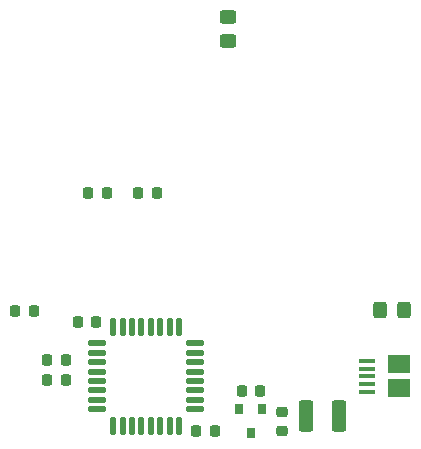
<source format=gbr>
%TF.GenerationSoftware,KiCad,Pcbnew,5.99.0-unknown-04793924d~104~ubuntu20.04.1*%
%TF.CreationDate,2020-11-08T20:52:42+01:00*%
%TF.ProjectId,co2mon,636f326d-6f6e-42e6-9b69-6361645f7063,rev?*%
%TF.SameCoordinates,Original*%
%TF.FileFunction,Paste,Top*%
%TF.FilePolarity,Positive*%
%FSLAX46Y46*%
G04 Gerber Fmt 4.6, Leading zero omitted, Abs format (unit mm)*
G04 Created by KiCad (PCBNEW 5.99.0-unknown-04793924d~104~ubuntu20.04.1) date 2020-11-08 20:52:42*
%MOMM*%
%LPD*%
G01*
G04 APERTURE LIST*
G04 Aperture macros list*
%AMRoundRect*
0 Rectangle with rounded corners*
0 $1 Rounding radius*
0 $2 $3 $4 $5 $6 $7 $8 $9 X,Y pos of 4 corners*
0 Add a 4 corners polygon primitive as box body*
4,1,4,$2,$3,$4,$5,$6,$7,$8,$9,$2,$3,0*
0 Add four circle primitives for the rounded corners*
1,1,$1+$1,$2,$3,0*
1,1,$1+$1,$4,$5,0*
1,1,$1+$1,$6,$7,0*
1,1,$1+$1,$8,$9,0*
0 Add four rect primitives between the rounded corners*
20,1,$1+$1,$2,$3,$4,$5,0*
20,1,$1+$1,$4,$5,$6,$7,0*
20,1,$1+$1,$6,$7,$8,$9,0*
20,1,$1+$1,$8,$9,$2,$3,0*%
G04 Aperture macros list end*
%ADD10RoundRect,0.125000X-0.625000X-0.125000X0.625000X-0.125000X0.625000X0.125000X-0.625000X0.125000X0*%
%ADD11RoundRect,0.125000X-0.125000X-0.625000X0.125000X-0.625000X0.125000X0.625000X-0.125000X0.625000X0*%
%ADD12RoundRect,0.218750X0.218750X0.256250X-0.218750X0.256250X-0.218750X-0.256250X0.218750X-0.256250X0*%
%ADD13RoundRect,0.218750X-0.218750X-0.256250X0.218750X-0.256250X0.218750X0.256250X-0.218750X0.256250X0*%
%ADD14RoundRect,0.250000X0.450000X-0.325000X0.450000X0.325000X-0.450000X0.325000X-0.450000X-0.325000X0*%
%ADD15RoundRect,0.218750X-0.256250X0.218750X-0.256250X-0.218750X0.256250X-0.218750X0.256250X0.218750X0*%
%ADD16RoundRect,0.250000X0.325000X0.450000X-0.325000X0.450000X-0.325000X-0.450000X0.325000X-0.450000X0*%
%ADD17RoundRect,0.250000X-0.375000X-1.075000X0.375000X-1.075000X0.375000X1.075000X-0.375000X1.075000X0*%
%ADD18R,1.350000X0.400000*%
%ADD19R,1.900000X1.500000*%
%ADD20R,0.800000X0.900000*%
G04 APERTURE END LIST*
D10*
%TO.C,U2*%
X120825000Y-124100000D03*
X120825000Y-124900000D03*
X120825000Y-125700000D03*
X120825000Y-126500000D03*
X120825000Y-127300000D03*
X120825000Y-128100000D03*
X120825000Y-128900000D03*
X120825000Y-129700000D03*
D11*
X122200000Y-131075000D03*
X123000000Y-131075000D03*
X123800000Y-131075000D03*
X124600000Y-131075000D03*
X125400000Y-131075000D03*
X126200000Y-131075000D03*
X127000000Y-131075000D03*
X127800000Y-131075000D03*
D10*
X129175000Y-129700000D03*
X129175000Y-128900000D03*
X129175000Y-128100000D03*
X129175000Y-127300000D03*
X129175000Y-126500000D03*
X129175000Y-125700000D03*
X129175000Y-124900000D03*
X129175000Y-124100000D03*
D11*
X127800000Y-122725000D03*
X127000000Y-122725000D03*
X126200000Y-122725000D03*
X125400000Y-122725000D03*
X124600000Y-122725000D03*
X123800000Y-122725000D03*
X123000000Y-122725000D03*
X122200000Y-122725000D03*
%TD*%
D12*
%TO.C,C5*%
X118187500Y-125500000D03*
X116612500Y-125500000D03*
%TD*%
D13*
%TO.C,R19*%
X113912500Y-121400000D03*
X115487500Y-121400000D03*
%TD*%
D14*
%TO.C,C2*%
X131900000Y-98525000D03*
X131900000Y-96475000D03*
%TD*%
D15*
%TO.C,C3*%
X136470000Y-129942500D03*
X136470000Y-131517500D03*
%TD*%
D13*
%TO.C,R21*%
X120112500Y-111400000D03*
X121687500Y-111400000D03*
%TD*%
%TO.C,C6*%
X116612500Y-127200000D03*
X118187500Y-127200000D03*
%TD*%
D12*
%TO.C,C8*%
X120787500Y-122300000D03*
X119212500Y-122300000D03*
%TD*%
%TO.C,C4*%
X134657500Y-128130000D03*
X133082500Y-128130000D03*
%TD*%
D16*
%TO.C,C1*%
X146825000Y-121300000D03*
X144775000Y-121300000D03*
%TD*%
D17*
%TO.C,F1*%
X138500000Y-130300000D03*
X141300000Y-130300000D03*
%TD*%
D18*
%TO.C,J7*%
X143737500Y-128200000D03*
X143737500Y-127550000D03*
X143737500Y-126900000D03*
X143737500Y-126250000D03*
X143737500Y-125600000D03*
D19*
X146437500Y-125900000D03*
X146437500Y-127900000D03*
%TD*%
D20*
%TO.C,U1*%
X134800000Y-129700000D03*
X132900000Y-129700000D03*
X133850000Y-131700000D03*
%TD*%
D13*
%TO.C,R20*%
X124312500Y-111400000D03*
X125887500Y-111400000D03*
%TD*%
%TO.C,C7*%
X129212500Y-131500000D03*
X130787500Y-131500000D03*
%TD*%
M02*

</source>
